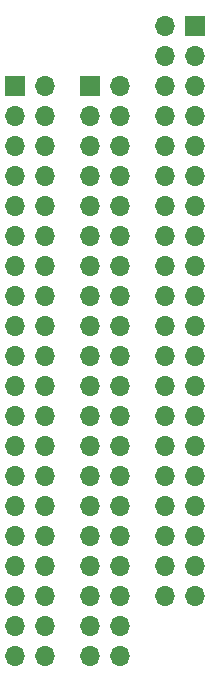
<source format=gbr>
%TF.GenerationSoftware,KiCad,Pcbnew,(5.1.9)-1*%
%TF.CreationDate,2021-04-11T18:01:07+01:00*%
%TF.ProjectId,RGBtoHDMI-Adapter Type A,52474274-6f48-4444-9d49-2d4164617074,1*%
%TF.SameCoordinates,Original*%
%TF.FileFunction,Soldermask,Bot*%
%TF.FilePolarity,Negative*%
%FSLAX46Y46*%
G04 Gerber Fmt 4.6, Leading zero omitted, Abs format (unit mm)*
G04 Created by KiCad (PCBNEW (5.1.9)-1) date 2021-04-11 18:01:07*
%MOMM*%
%LPD*%
G01*
G04 APERTURE LIST*
%ADD10O,1.700000X1.700000*%
%ADD11R,1.700000X1.700000*%
G04 APERTURE END LIST*
D10*
%TO.C,J3*%
X93345000Y-93980000D03*
X90805000Y-93980000D03*
X93345000Y-91440000D03*
X90805000Y-91440000D03*
X93345000Y-88900000D03*
X90805000Y-88900000D03*
X93345000Y-86360000D03*
X90805000Y-86360000D03*
X93345000Y-83820000D03*
X90805000Y-83820000D03*
X93345000Y-81280000D03*
X90805000Y-81280000D03*
X93345000Y-78740000D03*
X90805000Y-78740000D03*
X93345000Y-76200000D03*
X90805000Y-76200000D03*
X93345000Y-73660000D03*
X90805000Y-73660000D03*
X93345000Y-71120000D03*
X90805000Y-71120000D03*
X93345000Y-68580000D03*
X90805000Y-68580000D03*
X93345000Y-66040000D03*
X90805000Y-66040000D03*
X93345000Y-63500000D03*
X90805000Y-63500000D03*
X93345000Y-60960000D03*
X90805000Y-60960000D03*
X93345000Y-58420000D03*
X90805000Y-58420000D03*
X93345000Y-55880000D03*
X90805000Y-55880000D03*
X93345000Y-53340000D03*
X90805000Y-53340000D03*
X93345000Y-50800000D03*
X90805000Y-50800000D03*
X93345000Y-48260000D03*
X90805000Y-48260000D03*
X93345000Y-45720000D03*
D11*
X90805000Y-45720000D03*
%TD*%
D10*
%TO.C,J2*%
X99695000Y-93980000D03*
X97155000Y-93980000D03*
X99695000Y-91440000D03*
X97155000Y-91440000D03*
X99695000Y-88900000D03*
X97155000Y-88900000D03*
X99695000Y-86360000D03*
X97155000Y-86360000D03*
X99695000Y-83820000D03*
X97155000Y-83820000D03*
X99695000Y-81280000D03*
X97155000Y-81280000D03*
X99695000Y-78740000D03*
X97155000Y-78740000D03*
X99695000Y-76200000D03*
X97155000Y-76200000D03*
X99695000Y-73660000D03*
X97155000Y-73660000D03*
X99695000Y-71120000D03*
X97155000Y-71120000D03*
X99695000Y-68580000D03*
X97155000Y-68580000D03*
X99695000Y-66040000D03*
X97155000Y-66040000D03*
X99695000Y-63500000D03*
X97155000Y-63500000D03*
X99695000Y-60960000D03*
X97155000Y-60960000D03*
X99695000Y-58420000D03*
X97155000Y-58420000D03*
X99695000Y-55880000D03*
X97155000Y-55880000D03*
X99695000Y-53340000D03*
X97155000Y-53340000D03*
X99695000Y-50800000D03*
X97155000Y-50800000D03*
X99695000Y-48260000D03*
X97155000Y-48260000D03*
X99695000Y-45720000D03*
D11*
X97155000Y-45720000D03*
%TD*%
D10*
%TO.C,J1*%
X103505000Y-88900000D03*
X106045000Y-88900000D03*
X103505000Y-86360000D03*
X106045000Y-86360000D03*
X103505000Y-83820000D03*
X106045000Y-83820000D03*
X103505000Y-81280000D03*
X106045000Y-81280000D03*
X103505000Y-78740000D03*
X106045000Y-78740000D03*
X103505000Y-76200000D03*
X106045000Y-76200000D03*
X103505000Y-73660000D03*
X106045000Y-73660000D03*
X103505000Y-71120000D03*
X106045000Y-71120000D03*
X103505000Y-68580000D03*
X106045000Y-68580000D03*
X103505000Y-66040000D03*
X106045000Y-66040000D03*
X103505000Y-63500000D03*
X106045000Y-63500000D03*
X103505000Y-60960000D03*
X106045000Y-60960000D03*
X103505000Y-58420000D03*
X106045000Y-58420000D03*
X103505000Y-55880000D03*
X106045000Y-55880000D03*
X103505000Y-53340000D03*
X106045000Y-53340000D03*
X103505000Y-50800000D03*
X106045000Y-50800000D03*
X103505000Y-48260000D03*
X106045000Y-48260000D03*
X103505000Y-45720000D03*
X106045000Y-45720000D03*
X103505000Y-43180000D03*
X106045000Y-43180000D03*
X103505000Y-40640000D03*
D11*
X106045000Y-40640000D03*
%TD*%
M02*

</source>
